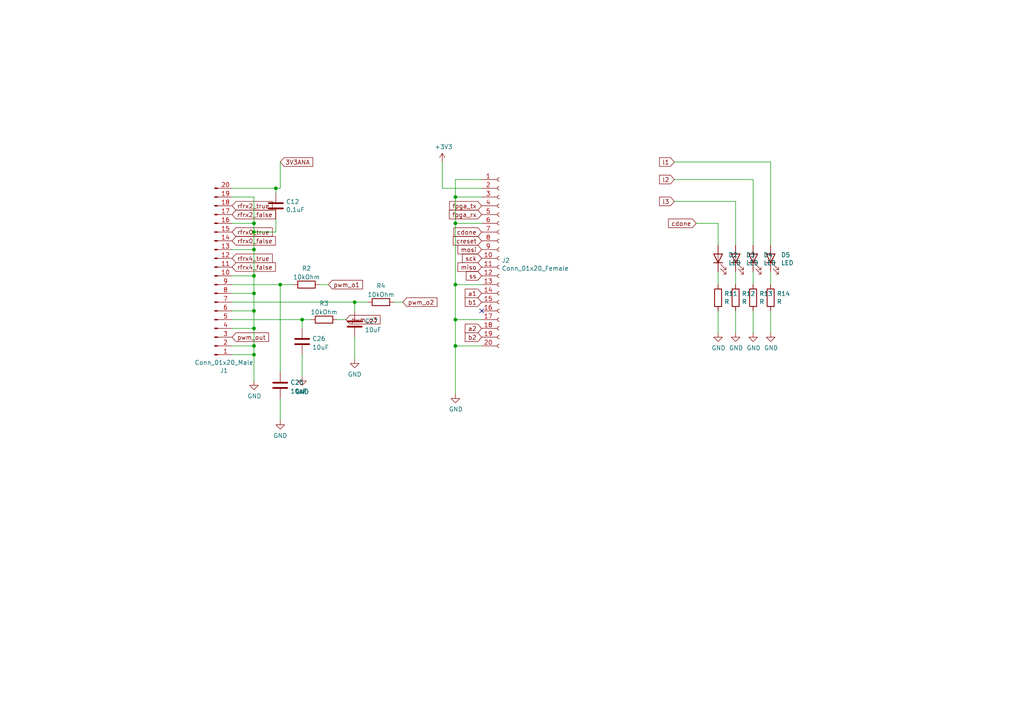
<source format=kicad_sch>
(kicad_sch (version 20211123) (generator eeschema)
  (paper "A4")
  (lib_symbols
    (symbol "Connector:Conn_01x20_Female" (pin_names (offset 1.016) hide)
      (property "Reference" "J" (at 0 25.4 0))
      (property "Value" "Conn_01x20_Female" (at 0 -27.94 0))
      (symbol "Conn_01x20_Female_1_1"
        (arc (start 0 -24.892) (mid -0.508 -25.4) (end 0 -25.908) (stroke (width 0.1524)))
        (arc (start 0 -22.352) (mid -0.508 -22.86) (end 0 -23.368) (stroke (width 0.1524)))
        (arc (start 0 -19.812) (mid -0.508 -20.32) (end 0 -20.828) (stroke (width 0.1524)))
        (arc (start 0 -17.272) (mid -0.508 -17.78) (end 0 -18.288) (stroke (width 0.1524)))
        (arc (start 0 -14.732) (mid -0.508 -15.24) (end 0 -15.748) (stroke (width 0.1524)))
        (arc (start 0 -12.192) (mid -0.508 -12.7) (end 0 -13.208) (stroke (width 0.1524)))
        (arc (start 0 -9.652) (mid -0.508 -10.16) (end 0 -10.668) (stroke (width 0.1524)))
        (arc (start 0 -7.112) (mid -0.508 -7.62) (end 0 -8.128) (stroke (width 0.1524)))
        (arc (start 0 -4.572) (mid -0.508 -5.08) (end 0 -5.588) (stroke (width 0.1524)))
        (arc (start 0 -2.032) (mid -0.508 -2.54) (end 0 -3.048) (stroke (width 0.1524)))
        (polyline (pts (xy -1.27 -25.4) (xy -0.508 -25.4)) (stroke (width 0.1524)))
        (polyline (pts (xy -1.27 -22.86) (xy -0.508 -22.86)) (stroke (width 0.1524)))
        (polyline (pts (xy -1.27 -20.32) (xy -0.508 -20.32)) (stroke (width 0.1524)))
        (polyline (pts (xy -1.27 -17.78) (xy -0.508 -17.78)) (stroke (width 0.1524)))
        (polyline (pts (xy -1.27 -15.24) (xy -0.508 -15.24)) (stroke (width 0.1524)))
        (polyline (pts (xy -1.27 -12.7) (xy -0.508 -12.7)) (stroke (width 0.1524)))
        (polyline (pts (xy -1.27 -10.16) (xy -0.508 -10.16)) (stroke (width 0.1524)))
        (polyline (pts (xy -1.27 -7.62) (xy -0.508 -7.62)) (stroke (width 0.1524)))
        (polyline (pts (xy -1.27 -5.08) (xy -0.508 -5.08)) (stroke (width 0.1524)))
        (polyline (pts (xy -1.27 -2.54) (xy -0.508 -2.54)) (stroke (width 0.1524)))
        (polyline (pts (xy -1.27 0) (xy -0.508 0)) (stroke (width 0.1524)))
        (polyline (pts (xy -1.27 2.54) (xy -0.508 2.54)) (stroke (width 0.1524)))
        (polyline (pts (xy -1.27 5.08) (xy -0.508 5.08)) (stroke (width 0.1524)))
        (polyline (pts (xy -1.27 7.62) (xy -0.508 7.62)) (stroke (width 0.1524)))
        (polyline (pts (xy -1.27 10.16) (xy -0.508 10.16)) (stroke (width 0.1524)))
        (polyline (pts (xy -1.27 12.7) (xy -0.508 12.7)) (stroke (width 0.1524)))
        (polyline (pts (xy -1.27 15.24) (xy -0.508 15.24)) (stroke (width 0.1524)))
        (polyline (pts (xy -1.27 17.78) (xy -0.508 17.78)) (stroke (width 0.1524)))
        (polyline (pts (xy -1.27 20.32) (xy -0.508 20.32)) (stroke (width 0.1524)))
        (polyline (pts (xy -1.27 22.86) (xy -0.508 22.86)) (stroke (width 0.1524)))
        (arc (start 0 0.508) (mid -0.508 0) (end 0 -0.508) (stroke (width 0.1524)))
        (arc (start 0 3.048) (mid -0.508 2.54) (end 0 2.032) (stroke (width 0.1524)))
        (arc (start 0 5.588) (mid -0.508 5.08) (end 0 4.572) (stroke (width 0.1524)))
        (arc (start 0 8.128) (mid -0.508 7.62) (end 0 7.112) (stroke (width 0.1524)))
        (arc (start 0 10.668) (mid -0.508 10.16) (end 0 9.652) (stroke (width 0.1524)))
        (arc (start 0 13.208) (mid -0.508 12.7) (end 0 12.192) (stroke (width 0.1524)))
        (arc (start 0 15.748) (mid -0.508 15.24) (end 0 14.732) (stroke (width 0.1524)))
        (arc (start 0 18.288) (mid -0.508 17.78) (end 0 17.272) (stroke (width 0.1524)))
        (arc (start 0 20.828) (mid -0.508 20.32) (end 0 19.812) (stroke (width 0.1524)))
        (arc (start 0 23.368) (mid -0.508 22.86) (end 0 22.352) (stroke (width 0.1524)))
        (pin passive line (at -5.08 22.86 0) (length 3.81) (name "Pin_1") (number "1"))
        (pin passive line (at -5.08 0 0) (length 3.81) (name "Pin_10") (number "10"))
        (pin passive line (at -5.08 -2.54 0) (length 3.81) (name "Pin_11") (number "11"))
        (pin passive line (at -5.08 -5.08 0) (length 3.81) (name "Pin_12") (number "12"))
        (pin passive line (at -5.08 -7.62 0) (length 3.81) (name "Pin_13") (number "13"))
        (pin passive line (at -5.08 -10.16 0) (length 3.81) (name "Pin_14") (number "14"))
        (pin passive line (at -5.08 -12.7 0) (length 3.81) (name "Pin_15") (number "15"))
        (pin passive line (at -5.08 -15.24 0) (length 3.81) (name "Pin_16") (number "16"))
        (pin passive line (at -5.08 -17.78 0) (length 3.81) (name "Pin_17") (number "17"))
        (pin passive line (at -5.08 -20.32 0) (length 3.81) (name "Pin_18") (number "18"))
        (pin passive line (at -5.08 -22.86 0) (length 3.81) (name "Pin_19") (number "19"))
        (pin passive line (at -5.08 20.32 0) (length 3.81) (name "Pin_2") (number "2"))
        (pin passive line (at -5.08 -25.4 0) (length 3.81) (name "Pin_20") (number "20"))
        (pin passive line (at -5.08 17.78 0) (length 3.81) (name "Pin_3") (number "3"))
        (pin passive line (at -5.08 15.24 0) (length 3.81) (name "Pin_4") (number "4"))
        (pin passive line (at -5.08 12.7 0) (length 3.81) (name "Pin_5") (number "5"))
        (pin passive line (at -5.08 10.16 0) (length 3.81) (name "Pin_6") (number "6"))
        (pin passive line (at -5.08 7.62 0) (length 3.81) (name "Pin_7") (number "7"))
        (pin passive line (at -5.08 5.08 0) (length 3.81) (name "Pin_8") (number "8"))
        (pin passive line (at -5.08 2.54 0) (length 3.81) (name "Pin_9") (number "9"))
      )
    )
    (symbol "Connector:Conn_01x20_Male" (pin_names (offset 1.016) hide)
      (property "Reference" "J" (at 0 25.4 0))
      (property "Value" "Conn_01x20_Male" (at 0 -27.94 0))
      (symbol "Conn_01x20_Male_1_1"
        (polyline (pts (xy 1.27 -25.4) (xy 0.8636 -25.4)) (stroke (width 0.1524)))
        (polyline (pts (xy 1.27 -22.86) (xy 0.8636 -22.86)) (stroke (width 0.1524)))
        (polyline (pts (xy 1.27 -20.32) (xy 0.8636 -20.32)) (stroke (width 0.1524)))
        (polyline (pts (xy 1.27 -17.78) (xy 0.8636 -17.78)) (stroke (width 0.1524)))
        (polyline (pts (xy 1.27 -15.24) (xy 0.8636 -15.24)) (stroke (width 0.1524)))
        (polyline (pts (xy 1.27 -12.7) (xy 0.8636 -12.7)) (stroke (width 0.1524)))
        (polyline (pts (xy 1.27 -10.16) (xy 0.8636 -10.16)) (stroke (width 0.1524)))
        (polyline (pts (xy 1.27 -7.62) (xy 0.8636 -7.62)) (stroke (width 0.1524)))
        (polyline (pts (xy 1.27 -5.08) (xy 0.8636 -5.08)) (stroke (width 0.1524)))
        (polyline (pts (xy 1.27 -2.54) (xy 0.8636 -2.54)) (stroke (width 0.1524)))
        (polyline (pts (xy 1.27 0) (xy 0.8636 0)) (stroke (width 0.1524)))
        (polyline (pts (xy 1.27 2.54) (xy 0.8636 2.54)) (stroke (width 0.1524)))
        (polyline (pts (xy 1.27 5.08) (xy 0.8636 5.08)) (stroke (width 0.1524)))
        (polyline (pts (xy 1.27 7.62) (xy 0.8636 7.62)) (stroke (width 0.1524)))
        (polyline (pts (xy 1.27 10.16) (xy 0.8636 10.16)) (stroke (width 0.1524)))
        (polyline (pts (xy 1.27 12.7) (xy 0.8636 12.7)) (stroke (width 0.1524)))
        (polyline (pts (xy 1.27 15.24) (xy 0.8636 15.24)) (stroke (width 0.1524)))
        (polyline (pts (xy 1.27 17.78) (xy 0.8636 17.78)) (stroke (width 0.1524)))
        (polyline (pts (xy 1.27 20.32) (xy 0.8636 20.32)) (stroke (width 0.1524)))
        (polyline (pts (xy 1.27 22.86) (xy 0.8636 22.86)) (stroke (width 0.1524)))
        (rectangle (start 0.8636 -25.273) (end 0 -25.527) (stroke (width 0.1524)) (fill (type outline)))
        (rectangle (start 0.8636 -22.733) (end 0 -22.987) (stroke (width 0.1524)) (fill (type outline)))
        (rectangle (start 0.8636 -20.193) (end 0 -20.447) (stroke (width 0.1524)) (fill (type outline)))
        (rectangle (start 0.8636 -17.653) (end 0 -17.907) (stroke (width 0.1524)) (fill (type outline)))
        (rectangle (start 0.8636 -15.113) (end 0 -15.367) (stroke (width 0.1524)) (fill (type outline)))
        (rectangle (start 0.8636 -12.573) (end 0 -12.827) (stroke (width 0.1524)) (fill (type outline)))
        (rectangle (start 0.8636 -10.033) (end 0 -10.287) (stroke (width 0.1524)) (fill (type outline)))
        (rectangle (start 0.8636 -7.493) (end 0 -7.747) (stroke (width 0.1524)) (fill (type outline)))
        (rectangle (start 0.8636 -4.953) (end 0 -5.207) (stroke (width 0.1524)) (fill (type outline)))
        (rectangle (start 0.8636 -2.413) (end 0 -2.667) (stroke (width 0.1524)) (fill (type outline)))
        (rectangle (start 0.8636 0.127) (end 0 -0.127) (stroke (width 0.1524)) (fill (type outline)))
        (rectangle (start 0.8636 2.667) (end 0 2.413) (stroke (width 0.1524)) (fill (type outline)))
        (rectangle (start 0.8636 5.207) (end 0 4.953) (stroke (width 0.1524)) (fill (type outline)))
        (rectangle (start 0.8636 7.747) (end 0 7.493) (stroke (width 0.1524)) (fill (type outline)))
        (rectangle (start 0.8636 10.287) (end 0 10.033) (stroke (width 0.1524)) (fill (type outline)))
        (rectangle (start 0.8636 12.827) (end 0 12.573) (stroke (width 0.1524)) (fill (type outline)))
        (rectangle (start 0.8636 15.367) (end 0 15.113) (stroke (width 0.1524)) (fill (type outline)))
        (rectangle (start 0.8636 17.907) (end 0 17.653) (stroke (width 0.1524)) (fill (type outline)))
        (rectangle (start 0.8636 20.447) (end 0 20.193) (stroke (width 0.1524)) (fill (type outline)))
        (rectangle (start 0.8636 22.987) (end 0 22.733) (stroke (width 0.1524)) (fill (type outline)))
        (pin passive line (at 5.08 22.86 180) (length 3.81) (name "Pin_1") (number "1"))
        (pin passive line (at 5.08 0 180) (length 3.81) (name "Pin_10") (number "10"))
        (pin passive line (at 5.08 -2.54 180) (length 3.81) (name "Pin_11") (number "11"))
        (pin passive line (at 5.08 -5.08 180) (length 3.81) (name "Pin_12") (number "12"))
        (pin passive line (at 5.08 -7.62 180) (length 3.81) (name "Pin_13") (number "13"))
        (pin passive line (at 5.08 -10.16 180) (length 3.81) (name "Pin_14") (number "14"))
        (pin passive line (at 5.08 -12.7 180) (length 3.81) (name "Pin_15") (number "15"))
        (pin passive line (at 5.08 -15.24 180) (length 3.81) (name "Pin_16") (number "16"))
        (pin passive line (at 5.08 -17.78 180) (length 3.81) (name "Pin_17") (number "17"))
        (pin passive line (at 5.08 -20.32 180) (length 3.81) (name "Pin_18") (number "18"))
        (pin passive line (at 5.08 -22.86 180) (length 3.81) (name "Pin_19") (number "19"))
        (pin passive line (at 5.08 20.32 180) (length 3.81) (name "Pin_2") (number "2"))
        (pin passive line (at 5.08 -25.4 180) (length 3.81) (name "Pin_20") (number "20"))
        (pin passive line (at 5.08 17.78 180) (length 3.81) (name "Pin_3") (number "3"))
        (pin passive line (at 5.08 15.24 180) (length 3.81) (name "Pin_4") (number "4"))
        (pin passive line (at 5.08 12.7 180) (length 3.81) (name "Pin_5") (number "5"))
        (pin passive line (at 5.08 10.16 180) (length 3.81) (name "Pin_6") (number "6"))
        (pin passive line (at 5.08 7.62 180) (length 3.81) (name "Pin_7") (number "7"))
        (pin passive line (at 5.08 5.08 180) (length 3.81) (name "Pin_8") (number "8"))
        (pin passive line (at 5.08 2.54 180) (length 3.81) (name "Pin_9") (number "9"))
      )
    )
    (symbol "Device:C" (pin_numbers hide) (pin_names (offset 0.254))
      (property "Reference" "C" (at 0.635 2.54 0))
      (property "Value" "C" (at 0.635 -2.54 0))
      (symbol "C_0_1"
        (polyline (pts (xy -2.032 -0.762) (xy 2.032 -0.762)) (stroke (width 0.508)))
        (polyline (pts (xy -2.032 0.762) (xy 2.032 0.762)) (stroke (width 0.508)))
      )
      (symbol "C_1_1"
        (pin passive line (at 0 3.81 270) (length 2.794) (name "~") (number "1"))
        (pin passive line (at 0 -3.81 90) (length 2.794) (name "~") (number "2"))
      )
    )
    (symbol "Device:LED" (pin_numbers hide) (pin_names (offset 1.016) hide)
      (property "Reference" "D" (at 0 2.54 0))
      (property "Value" "LED" (at 0 -2.54 0))
      (symbol "LED_0_1"
        (polyline (pts (xy -1.27 -1.27) (xy -1.27 1.27)) (stroke (width 0.254)))
        (polyline (pts (xy -1.27 0) (xy 1.27 0)))
        (polyline (pts (xy 1.27 -1.27) (xy 1.27 1.27) (xy -1.27 0) (xy 1.27 -1.27)) (stroke (width 0.254)))
        (polyline (pts (xy -3.048 -0.762) (xy -4.572 -2.286) (xy -3.81 -2.286) (xy -4.572 -2.286) (xy -4.572 -1.524)))
        (polyline (pts (xy -1.778 -0.762) (xy -3.302 -2.286) (xy -2.54 -2.286) (xy -3.302 -2.286) (xy -3.302 -1.524)))
      )
      (symbol "LED_1_1"
        (pin passive line (at -3.81 0 0) (length 2.54) (name "K") (number "1"))
        (pin passive line (at 3.81 0 180) (length 2.54) (name "A") (number "2"))
      )
    )
    (symbol "Device:R" (pin_numbers hide) (pin_names (offset 0))
      (property "Reference" "R" (at 2.032 0 90))
      (property "Value" "R" (at 0 0 90))
      (symbol "R_0_1"
        (rectangle (start -1.016 -2.54) (end 1.016 2.54) (stroke (width 0.254)))
      )
      (symbol "R_1_1"
        (pin passive line (at 0 3.81 270) (length 1.27) (name "~") (number "1"))
        (pin passive line (at 0 -3.81 90) (length 1.27) (name "~") (number "2"))
      )
    )
    (symbol "power:+3V3" (power) (pin_names (offset 0))
      (property "Value" "+3V3" (at 0 3.556 0))
      (symbol "+3V3_0_1"
        (polyline (pts (xy -0.762 1.27) (xy 0 2.54)))
        (polyline (pts (xy 0 0) (xy 0 2.54)))
        (polyline (pts (xy 0 2.54) (xy 0.762 1.27)))
      )
      (symbol "+3V3_1_1"
        (pin power_in line (at 0 0 90) (length 0) hide (name "+3V3") (number "1"))
      )
    )
    (symbol "power:GND" (power) (pin_names (offset 0))
      (property "Value" "GND" (at 0 -3.81 0))
      (symbol "GND_0_1"
        (polyline (pts (xy 0 0) (xy 0 -1.27) (xy 1.27 -1.27) (xy 0 -2.54) (xy -1.27 -1.27) (xy 0 -1.27)))
      )
      (symbol "GND_1_1"
        (pin power_in line (at 0 0 270) (length 0) hide (name "GND") (number "1"))
      )
    )
  )
  (junction (at 81.28 82.55))
  (junction (at 73.66 102.87))
  (junction (at 73.66 100.33))
  (junction (at 132.08 64.77))
  (junction (at 132.08 92.71))
  (junction (at 102.87 87.63))
  (junction (at 73.66 85.09))
  (junction (at 132.08 100.33))
  (junction (at 87.63 92.71))
  (junction (at 73.66 80.01))
  (junction (at 73.66 67.31))
  (junction (at 73.66 64.77))
  (junction (at 80.01 54.61))
  (junction (at 73.66 95.25))
  (junction (at 73.66 90.17))
  (junction (at 73.66 72.39))
  (junction (at 132.08 82.55))
  (junction (at 132.08 57.15))
  (no_connect (at 139.7 90.17))
  (wire (pts (xy 67.31 102.87) (xy 73.66 102.87)))
  (wire (pts (xy 67.31 57.15) (xy 73.66 57.15)))
  (wire (pts (xy 218.44 90.17) (xy 218.44 96.52)))
  (wire (pts (xy 139.7 92.71) (xy 132.08 92.71)))
  (wire (pts (xy 139.7 57.15) (xy 132.08 57.15)))
  (wire (pts (xy 218.44 52.07) (xy 218.44 71.12)))
  (wire (pts (xy 132.08 52.07) (xy 132.08 57.15)))
  (wire (pts (xy 128.27 54.61) (xy 139.7 54.61)))
  (wire (pts (xy 102.87 87.63) (xy 106.68 87.63)))
  (wire (pts (xy 213.36 78.74) (xy 213.36 82.55)))
  (wire (pts (xy 223.52 78.74) (xy 223.52 82.55)))
  (wire (pts (xy 73.66 72.39) (xy 73.66 80.01)))
  (wire (pts (xy 195.58 46.99) (xy 223.52 46.99)))
  (wire (pts (xy 195.58 52.07) (xy 218.44 52.07)))
  (wire (pts (xy 81.28 115.57) (xy 81.28 121.92)))
  (wire (pts (xy 73.66 95.25) (xy 73.66 100.33)))
  (wire (pts (xy 67.31 90.17) (xy 73.66 90.17)))
  (wire (pts (xy 128.27 54.61) (xy 128.27 46.99)))
  (wire (pts (xy 80.01 67.31) (xy 80.01 63.5)))
  (wire (pts (xy 132.08 64.77) (xy 132.08 82.55)))
  (wire (pts (xy 73.66 67.31) (xy 80.01 67.31)))
  (wire (pts (xy 73.66 80.01) (xy 73.66 85.09)))
  (wire (pts (xy 81.28 54.61) (xy 81.28 46.99)))
  (wire (pts (xy 73.66 90.17) (xy 73.66 95.25)))
  (wire (pts (xy 114.3 87.63) (xy 116.84 87.63)))
  (wire (pts (xy 195.58 58.42) (xy 213.36 58.42)))
  (wire (pts (xy 92.71 82.55) (xy 95.25 82.55)))
  (wire (pts (xy 73.66 102.87) (xy 73.66 110.49)))
  (wire (pts (xy 97.79 92.71) (xy 100.33 92.71)))
  (wire (pts (xy 67.31 64.77) (xy 73.66 64.77)))
  (wire (pts (xy 73.66 100.33) (xy 73.66 102.87)))
  (wire (pts (xy 87.63 92.71) (xy 87.63 95.25)))
  (wire (pts (xy 132.08 82.55) (xy 132.08 92.71)))
  (wire (pts (xy 223.52 46.99) (xy 223.52 71.12)))
  (wire (pts (xy 139.7 82.55) (xy 132.08 82.55)))
  (wire (pts (xy 67.31 100.33) (xy 73.66 100.33)))
  (wire (pts (xy 73.66 64.77) (xy 73.66 67.31)))
  (wire (pts (xy 81.28 82.55) (xy 85.09 82.55)))
  (wire (pts (xy 223.52 90.17) (xy 223.52 96.52)))
  (wire (pts (xy 80.01 54.61) (xy 80.01 55.88)))
  (wire (pts (xy 139.7 64.77) (xy 132.08 64.77)))
  (wire (pts (xy 87.63 102.87) (xy 87.63 109.22)))
  (wire (pts (xy 208.28 90.17) (xy 208.28 96.52)))
  (wire (pts (xy 201.93 64.77) (xy 208.28 64.77)))
  (wire (pts (xy 67.31 87.63) (xy 102.87 87.63)))
  (wire (pts (xy 80.01 54.61) (xy 81.28 54.61)))
  (wire (pts (xy 67.31 54.61) (xy 80.01 54.61)))
  (wire (pts (xy 213.36 58.42) (xy 213.36 71.12)))
  (wire (pts (xy 208.28 78.74) (xy 208.28 82.55)))
  (wire (pts (xy 73.66 85.09) (xy 73.66 90.17)))
  (wire (pts (xy 67.31 82.55) (xy 81.28 82.55)))
  (wire (pts (xy 67.31 72.39) (xy 73.66 72.39)))
  (wire (pts (xy 132.08 100.33) (xy 139.7 100.33)))
  (wire (pts (xy 208.28 64.77) (xy 208.28 71.12)))
  (wire (pts (xy 67.31 85.09) (xy 73.66 85.09)))
  (wire (pts (xy 73.66 57.15) (xy 73.66 64.77)))
  (wire (pts (xy 67.31 92.71) (xy 87.63 92.71)))
  (wire (pts (xy 102.87 87.63) (xy 102.87 90.17)))
  (wire (pts (xy 102.87 97.79) (xy 102.87 104.14)))
  (wire (pts (xy 73.66 67.31) (xy 73.66 72.39)))
  (wire (pts (xy 67.31 95.25) (xy 73.66 95.25)))
  (wire (pts (xy 218.44 78.74) (xy 218.44 82.55)))
  (wire (pts (xy 67.31 80.01) (xy 73.66 80.01)))
  (wire (pts (xy 87.63 92.71) (xy 90.17 92.71)))
  (wire (pts (xy 132.08 92.71) (xy 132.08 100.33)))
  (wire (pts (xy 213.36 90.17) (xy 213.36 96.52)))
  (wire (pts (xy 132.08 100.33) (xy 132.08 114.3)))
  (wire (pts (xy 132.08 57.15) (xy 132.08 64.77)))
  (wire (pts (xy 81.28 82.55) (xy 81.28 107.95)))
  (wire (pts (xy 139.7 52.07) (xy 132.08 52.07)))
  (global_label "b2" (shape input) (at 139.7 97.79 180) (property "Intersheet References" "${INTERSHEET_REFS}" (effects hide)))
  (global_label "l1" (shape input) (at 195.58 46.99 180) (property "Intersheet References" "${INTERSHEET_REFS}" (effects hide)))
  (global_label "l2" (shape input) (at 195.58 52.07 180) (property "Intersheet References" "${INTERSHEET_REFS}" (effects hide)))
  (global_label "pwm_o1" (shape input) (at 95.25 82.55 0) (property "Intersheet References" "${INTERSHEET_REFS}" (effects hide)))
  (global_label "b1" (shape input) (at 139.7 87.63 180) (property "Intersheet References" "${INTERSHEET_REFS}" (effects hide)))
  (global_label "cdone" (shape input) (at 139.7 67.31 180) (property "Intersheet References" "${INTERSHEET_REFS}" (effects hide)))
  (global_label "ss" (shape input) (at 139.7 80.01 180) (property "Intersheet References" "${INTERSHEET_REFS}" (effects hide)))
  (global_label "pwm_o2" (shape input) (at 116.84 87.63 0) (property "Intersheet References" "${INTERSHEET_REFS}" (effects hide)))
  (global_label "miso" (shape input) (at 139.7 77.47 180) (property "Intersheet References" "${INTERSHEET_REFS}" (effects hide)))
  (global_label "fpga_rx" (shape input) (at 139.7 62.23 180) (property "Intersheet References" "${INTERSHEET_REFS}" (effects hide)))
  (global_label "3V3ANA" (shape input) (at 81.28 46.99 0) (property "Intersheet References" "${INTERSHEET_REFS}" (effects hide)))
  (global_label "rfrx0_true" (shape input) (at 67.31 67.31 0) (property "Intersheet References" "${INTERSHEET_REFS}" (effects hide)))
  (global_label "cdone" (shape input) (at 201.93 64.77 180) (property "Intersheet References" "${INTERSHEET_REFS}" (effects hide)))
  (global_label "pwm_o3" (shape input) (at 100.33 92.71 0) (property "Intersheet References" "${INTERSHEET_REFS}" (effects hide)))
  (global_label "a1" (shape input) (at 139.7 85.09 180) (property "Intersheet References" "${INTERSHEET_REFS}" (effects hide)))
  (global_label "rfrx0_false" (shape input) (at 67.31 69.85 0) (property "Intersheet References" "${INTERSHEET_REFS}" (effects hide)))
  (global_label "pwm_out" (shape input) (at 67.31 97.79 0) (property "Intersheet References" "${INTERSHEET_REFS}" (effects hide)))
  (global_label "rfrx2_true" (shape input) (at 67.31 59.69 0) (property "Intersheet References" "${INTERSHEET_REFS}" (effects hide)))
  (global_label "sck" (shape input) (at 139.7 74.93 180) (property "Intersheet References" "${INTERSHEET_REFS}" (effects hide)))
  (global_label "mosi" (shape input) (at 139.7 72.39 180) (property "Intersheet References" "${INTERSHEET_REFS}" (effects hide)))
  (global_label "a2" (shape input) (at 139.7 95.25 180) (property "Intersheet References" "${INTERSHEET_REFS}" (effects hide)))
  (global_label "rfrx4_true" (shape input) (at 67.31 74.93 0) (property "Intersheet References" "${INTERSHEET_REFS}" (effects hide)))
  (global_label "creset" (shape input) (at 139.7 69.85 180) (property "Intersheet References" "${INTERSHEET_REFS}" (effects hide)))
  (global_label "l3" (shape input) (at 195.58 58.42 180) (property "Intersheet References" "${INTERSHEET_REFS}" (effects hide)))
  (global_label "fpga_tx" (shape input) (at 139.7 59.69 180) (property "Intersheet References" "${INTERSHEET_REFS}" (effects hide)))
  (global_label "rfrx2_false" (shape input) (at 67.31 62.23 0) (property "Intersheet References" "${INTERSHEET_REFS}" (effects hide)))
  (global_label "rfrx4_false" (shape input) (at 67.31 77.47 0) (property "Intersheet References" "${INTERSHEET_REFS}" (effects hide)))
  (symbol (lib_id "Connector:Conn_01x20_Male") (at 62.23 80.01 0) (mirror x) (unit 1)
    (property "Reference" "J1" (at 64.9732 107.4674 0))
    (property "Value" "Conn_01x20_Male" (at 64.9732 105.156 0))
    (property "Footprint" "Connector_PinHeader_2.54mm:PinHeader_1x20_P2.54mm_Horizontal" (effects hide))
  )
  (symbol (lib_id "Connector:Conn_01x20_Female") (at 144.78 74.93 0) (unit 1)
    (property "Reference" "J2" (at 145.4912 75.5396 0) (effects (justify left)))
    (property "Value" "Conn_01x20_Female" (at 145.4912 77.851 0) (effects (justify left)))
    (property "Footprint" "Connector_PinHeader_2.54mm:PinHeader_1x20_P2.54mm_Horizontal" (effects hide))
  )
  (symbol (lib_id "Device:LED") (at 223.52 74.93 90) (unit 1)
    (property "Reference" "D5" (at 226.5172 73.9394 90) (effects (justify right)))
    (property "Value" "LED" (at 226.5172 76.2508 90) (effects (justify right)))
    (property "Footprint" "LED_SMD:LED_1206_3216Metric" (effects hide))
  )
  (symbol (lib_id "Device:LED") (at 218.44 74.93 90) (unit 1)
    (property "Reference" "D4" (at 221.4372 73.9394 90) (effects (justify right)))
    (property "Value" "LED" (at 221.4372 76.2508 90) (effects (justify right)))
    (property "Footprint" "LED_SMD:LED_1206_3216Metric" (effects hide))
  )
  (symbol (lib_id "Device:LED") (at 213.36 74.93 90) (unit 1)
    (property "Reference" "D3" (at 216.3572 73.9394 90) (effects (justify right)))
    (property "Value" "LED" (at 216.3572 76.2508 90) (effects (justify right)))
    (property "Footprint" "LED_SMD:LED_1206_3216Metric" (effects hide))
  )
  (symbol (lib_id "Device:LED") (at 208.28 74.93 90) (unit 1)
    (property "Reference" "D2" (at 211.2772 73.9394 90) (effects (justify right)))
    (property "Value" "LED" (at 211.2772 76.2508 90) (effects (justify right)))
    (property "Footprint" "LED_SMD:LED_1206_3216Metric" (effects hide))
  )
  (symbol (lib_id "Device:R") (at 223.52 86.36 0) (unit 1)
    (property "Reference" "R14" (at 225.298 85.1916 0) (effects (justify left)))
    (property "Value" "R" (at 225.298 87.503 0) (effects (justify left)))
    (property "Footprint" "Resistor_SMD:R_0402_1005Metric" (effects hide))
  )
  (symbol (lib_id "Device:R") (at 218.44 86.36 0) (unit 1)
    (property "Reference" "R13" (at 220.218 85.1916 0) (effects (justify left)))
    (property "Value" "R" (at 220.218 87.503 0) (effects (justify left)))
    (property "Footprint" "Resistor_SMD:R_0402_1005Metric" (effects hide))
  )
  (symbol (lib_id "Device:R") (at 213.36 86.36 0) (unit 1)
    (property "Reference" "R12" (at 215.138 85.1916 0) (effects (justify left)))
    (property "Value" "R" (at 215.138 87.503 0) (effects (justify left)))
    (property "Footprint" "Resistor_SMD:R_0402_1005Metric" (effects hide))
  )
  (symbol (lib_id "Device:R") (at 208.28 86.36 0) (unit 1)
    (property "Reference" "R11" (at 210.058 85.1916 0) (effects (justify left)))
    (property "Value" "R" (at 210.058 87.503 0) (effects (justify left)))
    (property "Footprint" "Resistor_SMD:R_0402_1005Metric" (effects hide))
  )
  (symbol (lib_id "power:GND") (at 223.52 96.52 0) (unit 1)
    (property "Reference" "#PWR040" (effects hide))
    (property "Value" "GND" (at 223.647 100.9142 0))
  )
  (symbol (lib_id "power:GND") (at 218.44 96.52 0) (unit 1)
    (property "Reference" "#PWR039" (effects hide))
    (property "Value" "GND" (at 218.567 100.9142 0))
  )
  (symbol (lib_id "power:GND") (at 213.36 96.52 0) (unit 1)
    (property "Reference" "#PWR038" (effects hide))
    (property "Value" "GND" (at 213.487 100.9142 0))
  )
  (symbol (lib_id "power:GND") (at 208.28 96.52 0) (unit 1)
    (property "Reference" "#PWR037" (effects hide))
    (property "Value" "GND" (at 208.407 100.9142 0))
  )
  (symbol (lib_id "power:GND") (at 73.66 110.49 0) (unit 1)
    (property "Reference" "#PWR033" (effects hide))
    (property "Value" "GND" (at 73.787 114.8842 0))
  )
  (symbol (lib_id "power:+3V3") (at 128.27 46.99 0) (unit 1)
    (property "Reference" "#PWR035" (effects hide))
    (property "Value" "+3V3" (at 128.651 42.5958 0))
  )
  (symbol (lib_id "power:GND") (at 132.08 114.3 0) (unit 1)
    (property "Reference" "#PWR036" (effects hide))
    (property "Value" "GND" (at 132.207 118.6942 0))
  )
  (symbol (lib_id "Device:C") (at 80.01 59.69 0) (unit 1)
    (property "Reference" "C12" (at 82.931 58.5216 0) (effects (justify left)))
    (property "Value" "0.1uF" (at 82.931 60.833 0) (effects (justify left)))
    (property "Footprint" "Capacitor_SMD:C_0402_1005Metric" (effects hide))
  )
  (symbol (lib_id "Device:R") (at 93.98 92.71 90) (unit 1)
    (property "Reference" "R3" (at 93.98 87.9942 90))
    (property "Value" "10kOhm" (at 93.98 90.5311 90))
    (property "Footprint" "Resistor_SMD:R_1206_3216Metric" (effects hide))
  )
  (symbol (lib_id "Device:C") (at 87.63 99.06 0) (unit 1)
    (property "Reference" "C26" (at 90.551 98.2253 0) (effects (justify left)))
    (property "Value" "10uF" (at 90.551 100.7622 0) (effects (justify left)))
    (property "Footprint" "Capacitor_SMD:C_1206_3216Metric" (effects hide))
  )
  (symbol (lib_id "Device:C") (at 81.28 111.76 0) (unit 1)
    (property "Reference" "C25" (at 84.201 110.9253 0) (effects (justify left)))
    (property "Value" "10uF" (at 84.201 113.4622 0) (effects (justify left)))
    (property "Footprint" "Capacitor_SMD:C_1206_3216Metric" (effects hide))
  )
  (symbol (lib_id "Device:C") (at 102.87 93.98 0) (unit 1)
    (property "Reference" "C27" (at 105.791 93.1453 0) (effects (justify left)))
    (property "Value" "10uF" (at 105.791 95.6822 0) (effects (justify left)))
    (property "Footprint" "Capacitor_SMD:C_1206_3216Metric" (effects hide))
  )
  (symbol (lib_id "Device:R") (at 110.49 87.63 90) (unit 1)
    (property "Reference" "R4" (at 110.49 82.9142 90))
    (property "Value" "10kOhm" (at 110.49 85.4511 90))
    (property "Footprint" "Resistor_SMD:R_1206_3216Metric" (effects hide))
  )
  (symbol (lib_id "power:GND") (at 87.63 109.22 0) (unit 1)
    (property "Reference" "#PWR034" (effects hide))
    (property "Value" "GND" (at 87.63 113.6634 0))
  )
  (symbol (lib_id "power:GND") (at 81.28 121.92 0) (unit 1)
    (property "Reference" "#PWR022" (effects hide))
    (property "Value" "GND" (at 81.28 126.3634 0))
  )
  (symbol (lib_id "power:GND") (at 102.87 104.14 0) (unit 1)
    (property "Reference" "#PWR046" (effects hide))
    (property "Value" "GND" (at 102.87 108.5834 0))
  )
  (symbol (lib_id "Device:R") (at 88.9 82.55 90) (unit 1)
    (property "Reference" "R2" (at 88.9 77.8342 90))
    (property "Value" "10kOhm" (at 88.9 80.3711 90))
    (property "Footprint" "Resistor_SMD:R_1206_3216Metric" (effects hide))
  )
)
</source>
